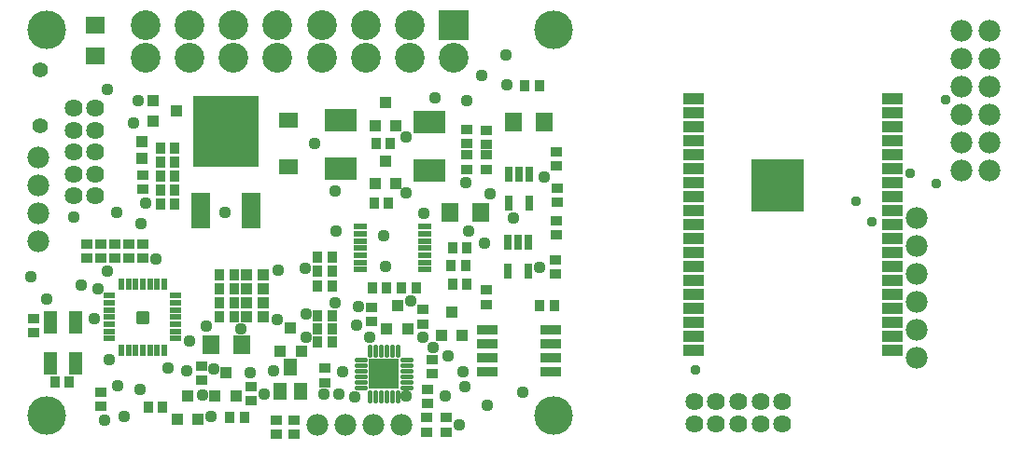
<source format=gts>
G04 EAGLE Gerber RS-274X export*
G75*
%MOMM*%
%FSLAX34Y34*%
%LPD*%
%INTop Soldermask*%
%IPPOS*%
%AMOC8*
5,1,8,0,0,1.08239X$1,22.5*%
G01*
%ADD10R,1.603200X1.803200*%
%ADD11R,1.103200X0.903200*%
%ADD12R,0.903200X1.103200*%
%ADD13R,1.193800X0.508000*%
%ADD14R,2.903200X2.003200*%
%ADD15R,1.953200X0.853200*%
%ADD16R,1.053200X0.553200*%
%ADD17R,0.553200X1.053200*%
%ADD18C,0.252672*%
%ADD19R,1.003200X1.103200*%
%ADD20R,0.753200X1.403200*%
%ADD21R,1.303200X2.103200*%
%ADD22R,1.103200X1.003200*%
%ADD23R,1.803200X3.203200*%
%ADD24R,6.003200X6.403200*%
%ADD25R,1.203200X1.603200*%
%ADD26C,3.505200*%
%ADD27R,1.003200X1.003200*%
%ADD28R,2.703200X2.703200*%
%ADD29C,2.703200*%
%ADD30R,1.673200X1.473200*%
%ADD31C,1.981200*%
%ADD32C,1.411200*%
%ADD33C,1.625600*%
%ADD34R,1.803200X1.603200*%
%ADD35C,0.457200*%
%ADD36R,2.819400X2.819400*%
%ADD37R,1.903200X1.103200*%
%ADD38R,4.703200X4.703200*%
%ADD39C,1.117600*%
%ADD40C,0.959600*%


D10*
X240900Y135700D03*
X212900Y135700D03*
D11*
X52100Y159600D03*
X52100Y146600D03*
D12*
X84000Y102300D03*
X71000Y102300D03*
D11*
X150700Y214400D03*
X150700Y227400D03*
X113000Y92800D03*
X113000Y79800D03*
D13*
X348050Y243300D03*
X348050Y236800D03*
X348050Y230300D03*
X348050Y223800D03*
X348050Y217300D03*
X348050Y210800D03*
X348050Y204300D03*
X406550Y204300D03*
X406550Y210800D03*
X406550Y217300D03*
X406550Y223800D03*
X406550Y230300D03*
X406550Y236800D03*
X406550Y243300D03*
D12*
X372100Y187700D03*
X359100Y187700D03*
X309300Y138700D03*
X322300Y138700D03*
X309300Y189500D03*
X322300Y189500D03*
X385500Y187700D03*
X398500Y187700D03*
X443600Y207800D03*
X430600Y207800D03*
X431600Y191100D03*
X444600Y191100D03*
X322300Y215900D03*
X309300Y215900D03*
X322300Y203200D03*
X309300Y203200D03*
X431600Y224200D03*
X444600Y224200D03*
X167000Y289500D03*
X180000Y289500D03*
X242900Y70200D03*
X229900Y70200D03*
X167000Y302200D03*
X180000Y302200D03*
X180000Y314900D03*
X167000Y314900D03*
D11*
X405000Y154800D03*
X405000Y167800D03*
X249300Y98100D03*
X249300Y85100D03*
X358200Y169800D03*
X358200Y156800D03*
D12*
X510320Y371420D03*
X497320Y371420D03*
D11*
X526450Y265500D03*
X526450Y278500D03*
D14*
X330700Y296100D03*
X330700Y340100D03*
D12*
X362300Y318700D03*
X375300Y318700D03*
D14*
X411000Y294100D03*
X411000Y338100D03*
D12*
X360400Y264700D03*
X373400Y264700D03*
D15*
X463266Y149150D03*
X520734Y149150D03*
X463266Y136450D03*
X463266Y123750D03*
X520734Y136450D03*
X520734Y123750D03*
X463266Y111050D03*
X520734Y111050D03*
D12*
X510900Y171200D03*
X523900Y171200D03*
D11*
X462470Y172600D03*
X462470Y185600D03*
X138000Y214400D03*
X138000Y227400D03*
X444800Y308300D03*
X444800Y295300D03*
X444800Y318900D03*
X444800Y331900D03*
X462500Y308300D03*
X462500Y295300D03*
X462500Y317900D03*
X462500Y330900D03*
D12*
X322300Y162100D03*
X309300Y162100D03*
X180000Y264100D03*
X167000Y264100D03*
D16*
X120700Y180600D03*
X120700Y174100D03*
X120700Y167600D03*
X120700Y161100D03*
X120700Y154600D03*
X120700Y148100D03*
X120700Y141600D03*
D17*
X131200Y131100D03*
X137700Y131100D03*
X144200Y131100D03*
X150700Y131100D03*
X157200Y131100D03*
X163700Y131100D03*
X170200Y131100D03*
D16*
X180700Y141600D03*
X180700Y148100D03*
X180700Y154600D03*
X180700Y161100D03*
X180700Y167600D03*
X180700Y174100D03*
X180700Y180600D03*
D17*
X170200Y191100D03*
X163700Y191100D03*
X157200Y191100D03*
X150700Y191100D03*
X144200Y191100D03*
X137700Y191100D03*
X131200Y191100D03*
D18*
X145947Y156347D02*
X155453Y156347D01*
X145947Y156347D02*
X145947Y165853D01*
X155453Y165853D01*
X155453Y156347D01*
X155453Y158748D02*
X145947Y158748D01*
X145947Y161149D02*
X155453Y161149D01*
X155453Y163550D02*
X145947Y163550D01*
D19*
X370800Y356100D03*
X380300Y335100D03*
X361300Y335100D03*
X370900Y303100D03*
X380400Y282100D03*
X361400Y282100D03*
X381600Y171300D03*
X391100Y150300D03*
X372100Y150300D03*
D12*
X322300Y150400D03*
X309300Y150400D03*
X168900Y79400D03*
X155900Y79400D03*
D20*
X501500Y290821D03*
X492000Y290821D03*
X482500Y290821D03*
X482500Y264819D03*
X501500Y264819D03*
D21*
X90000Y118900D03*
X67000Y155900D03*
X67000Y118900D03*
X90000Y155900D03*
D19*
X191300Y89500D03*
X200800Y68500D03*
X181800Y68500D03*
D22*
X181500Y348300D03*
X160500Y338800D03*
X160500Y357800D03*
D23*
X203200Y257900D03*
X248800Y257900D03*
D24*
X226000Y329700D03*
D25*
X284400Y115600D03*
X293900Y93600D03*
X274900Y93600D03*
D26*
X63400Y71400D03*
X523400Y422400D03*
X523400Y71400D03*
X63400Y422400D03*
D11*
X125300Y214400D03*
X125300Y227400D03*
X99900Y227400D03*
X99900Y214400D03*
X203800Y103800D03*
X203800Y116800D03*
D12*
X220400Y199200D03*
X233400Y199200D03*
X233400Y186500D03*
X220400Y186500D03*
D27*
X244800Y199200D03*
X259800Y199200D03*
X244800Y186500D03*
X259800Y186500D03*
D11*
X112600Y214400D03*
X112600Y227400D03*
D12*
X220400Y173800D03*
X233400Y173800D03*
X233400Y161100D03*
X220400Y161100D03*
D27*
X244800Y173800D03*
X259800Y173800D03*
X244800Y161100D03*
X259800Y161100D03*
D20*
X500500Y229001D03*
X491000Y229001D03*
X481500Y229001D03*
X481500Y202999D03*
X500500Y202999D03*
D10*
X429000Y256100D03*
X457000Y256100D03*
D11*
X526310Y248500D03*
X526310Y235500D03*
X526250Y311500D03*
X526250Y298500D03*
X525020Y212990D03*
X525020Y199990D03*
D12*
X167000Y276800D03*
X180000Y276800D03*
D11*
X150400Y290400D03*
X150400Y277400D03*
D27*
X150300Y320600D03*
X150300Y305600D03*
D10*
X486820Y338100D03*
X514820Y338100D03*
D19*
X431000Y165300D03*
X440500Y144300D03*
X421500Y144300D03*
X284900Y151300D03*
X294400Y130300D03*
X275400Y130300D03*
X225800Y110300D03*
X235300Y89300D03*
X216300Y89300D03*
D28*
X433000Y426300D03*
D29*
X393000Y426300D03*
X353000Y426300D03*
X313000Y426300D03*
X273000Y426300D03*
X233000Y426300D03*
X193000Y426300D03*
X153000Y426300D03*
X433000Y396300D03*
X393000Y396300D03*
X353000Y396300D03*
X313000Y396300D03*
X273000Y396300D03*
X233000Y396300D03*
X193000Y396300D03*
X153000Y396300D03*
D30*
X283300Y340300D03*
X283300Y297300D03*
D31*
X56000Y306000D03*
X56000Y280600D03*
X56000Y255200D03*
X56000Y229800D03*
D32*
X58000Y385400D03*
X58000Y334600D03*
D33*
X108000Y271000D03*
X88000Y271000D03*
X108000Y291000D03*
X88000Y291000D03*
X108000Y311000D03*
X88000Y311000D03*
X108000Y331000D03*
X88000Y331000D03*
X108000Y351000D03*
X88000Y351000D03*
D34*
X108000Y398000D03*
X108000Y426000D03*
D35*
X356333Y134626D02*
X356333Y127006D01*
X361379Y127006D02*
X361379Y134626D01*
X366425Y134626D02*
X366425Y127006D01*
X371775Y127006D02*
X371775Y134626D01*
X376796Y134626D02*
X376796Y127006D01*
X381867Y127006D02*
X381867Y134626D01*
X356333Y92594D02*
X356333Y84974D01*
X361379Y84974D02*
X361379Y92594D01*
X366425Y92594D02*
X366425Y84974D01*
X371775Y84974D02*
X371775Y92594D01*
X376796Y92594D02*
X376796Y84974D01*
X381867Y84974D02*
X381867Y92594D01*
X386052Y97033D02*
X393672Y97033D01*
X393672Y102079D02*
X386052Y102079D01*
X386052Y107125D02*
X393672Y107125D01*
X393672Y112475D02*
X386052Y112475D01*
X386052Y117496D02*
X393672Y117496D01*
X393672Y122567D02*
X386052Y122567D01*
X352148Y97033D02*
X344528Y97033D01*
X344528Y102079D02*
X352148Y102079D01*
X352148Y107125D02*
X344528Y107125D01*
X344528Y112475D02*
X352148Y112475D01*
X352148Y117496D02*
X344528Y117496D01*
X344528Y122567D02*
X352148Y122567D01*
D36*
X369200Y109900D03*
D11*
X426000Y69500D03*
X426000Y56500D03*
X408000Y56500D03*
X408000Y69500D03*
X409000Y82500D03*
X409000Y95500D03*
X316000Y101500D03*
X316000Y114500D03*
X413000Y109500D03*
X413000Y122500D03*
X272000Y67500D03*
X272000Y54500D03*
X288000Y67500D03*
X288000Y54500D03*
D31*
X309000Y63000D03*
X334400Y63000D03*
X359800Y63000D03*
X385200Y63000D03*
D37*
X650500Y130400D03*
X650500Y143100D03*
X650500Y155800D03*
X650500Y168500D03*
X650500Y181200D03*
X650500Y193900D03*
X650500Y206600D03*
X650500Y219300D03*
X650500Y232000D03*
X650500Y244700D03*
X650500Y257400D03*
X650500Y270100D03*
X650500Y282800D03*
X650500Y295500D03*
X650500Y308200D03*
X650500Y320900D03*
X650500Y333600D03*
X650500Y346300D03*
X650500Y359000D03*
X830500Y130400D03*
X830500Y143100D03*
X830500Y155800D03*
X830500Y168500D03*
X830500Y181200D03*
X830500Y193900D03*
X830500Y206600D03*
X830500Y219300D03*
X830500Y232000D03*
X830500Y244700D03*
X830500Y257400D03*
X830500Y270100D03*
X830500Y282800D03*
X830500Y295500D03*
X830500Y308200D03*
X830500Y320900D03*
X830500Y333600D03*
X830500Y346300D03*
X830500Y359000D03*
D38*
X726700Y281100D03*
D31*
X893000Y421000D03*
X918400Y421000D03*
X893000Y395600D03*
X918400Y395600D03*
X893000Y370200D03*
X918400Y370200D03*
X893000Y344800D03*
X918400Y344800D03*
X893000Y319400D03*
X918400Y319400D03*
X893000Y294000D03*
X918400Y294000D03*
D33*
X731000Y84000D03*
X731000Y64000D03*
X711000Y84000D03*
X711000Y64000D03*
X691000Y84000D03*
X691000Y64000D03*
X671000Y84000D03*
X671000Y64000D03*
X651000Y84000D03*
X651000Y64000D03*
D31*
X853000Y124000D03*
X853000Y149400D03*
X853000Y174800D03*
X853000Y200200D03*
X853000Y225600D03*
X853000Y251000D03*
D39*
X416000Y360000D03*
X389562Y324438D03*
X390000Y274000D03*
X480000Y399000D03*
X481000Y372000D03*
X49000Y198000D03*
X213000Y70380D03*
X205000Y90000D03*
X193000Y139000D03*
X240135Y150496D03*
X273000Y159000D03*
X142000Y337000D03*
X149000Y246000D03*
X329000Y91000D03*
X110000Y187000D03*
X406000Y255000D03*
X95000Y190000D03*
X326388Y239612D03*
X64000Y177000D03*
X134000Y71000D03*
X346000Y171000D03*
X107000Y159980D03*
X120000Y122620D03*
X299000Y164000D03*
X128000Y99000D03*
X441000Y111000D03*
X148000Y95000D03*
X443000Y98000D03*
X119000Y203000D03*
X147000Y358000D03*
X394000Y176000D03*
X299196Y142780D03*
X248000Y110620D03*
X269000Y112618D03*
X444000Y283000D03*
X458000Y381000D03*
X445000Y358000D03*
X369000Y235000D03*
X325000Y276000D03*
X325380Y173604D03*
X371000Y207000D03*
X345000Y154000D03*
X446000Y239000D03*
X153000Y265000D03*
X225000Y256000D03*
X466000Y273000D03*
X307000Y319000D03*
X174000Y115000D03*
X191000Y112000D03*
X461000Y228000D03*
X487000Y251000D03*
X428000Y126000D03*
X332000Y111000D03*
X315000Y91000D03*
X127000Y256000D03*
X274000Y204000D03*
X298000Y205000D03*
X162380Y214000D03*
X261000Y91000D03*
X116000Y67000D03*
X118296Y368101D03*
X425000Y89000D03*
X389903Y89000D03*
X510526Y206380D03*
X515000Y288000D03*
X215000Y114000D03*
X414000Y133000D03*
X208000Y153000D03*
X88000Y252000D03*
X343000Y88620D03*
X495000Y93000D03*
X463000Y81000D03*
X356938Y143000D03*
X404720Y143000D03*
X438000Y63000D03*
D40*
X878850Y358848D03*
X870468Y282648D03*
X797316Y265884D03*
X651774Y113342D03*
X846560Y291602D03*
X811794Y247596D03*
M02*

</source>
